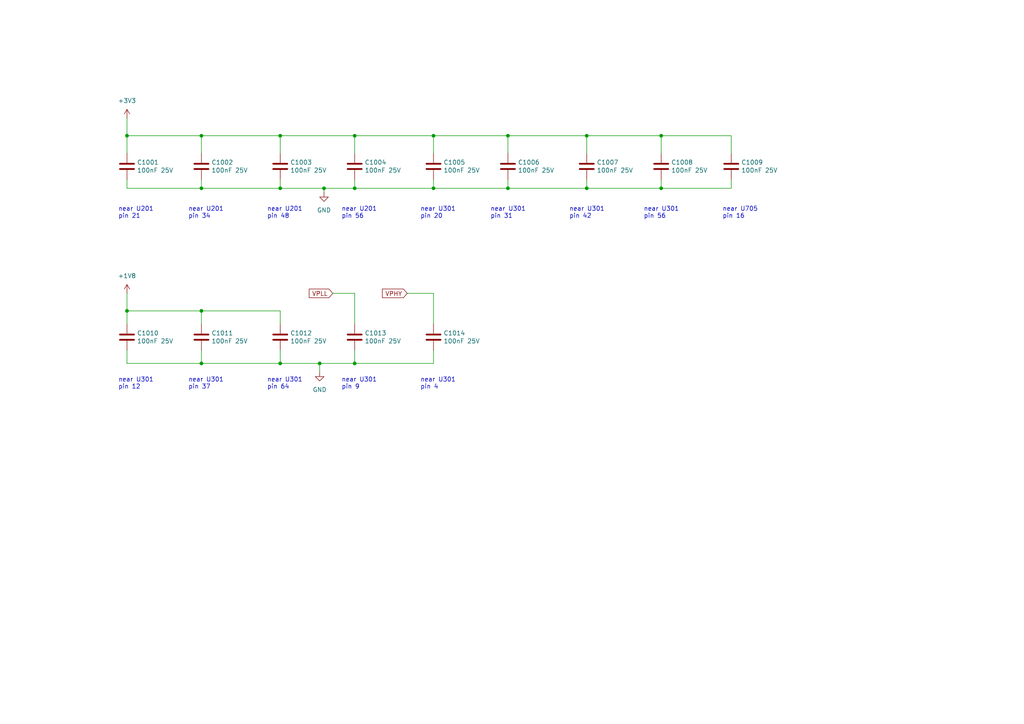
<source format=kicad_sch>
(kicad_sch (version 20211123) (generator eeschema)
  (paper "A4")
  (lib_symbols
    (symbol "Device:C" (pin_numbers hide) (pin_names (offset 0.254))
      (property "Reference" "C" (at 0.635 2.54 0))
      (property "Value" "C" (at 0.635 -2.54 0))
      (symbol "C_0_1"
        (polyline (pts (xy -2.032 -0.762) (xy 2.032 -0.762)) (stroke (width 0.508)))
        (polyline (pts (xy -2.032 0.762) (xy 2.032 0.762)) (stroke (width 0.508)))
      )
      (symbol "C_1_1"
        (pin passive line (at 0 3.81 270) (length 2.794) (name "~") (number "1"))
        (pin passive line (at 0 -3.81 90) (length 2.794) (name "~") (number "2"))
      )
    )
    (symbol "power:+1V8" (power) (pin_names (offset 0))
      (property "Value" "+1V8" (at 0 3.556 0))
      (symbol "+1V8_0_1"
        (polyline (pts (xy -0.762 1.27) (xy 0 2.54)))
        (polyline (pts (xy 0 0) (xy 0 2.54)))
        (polyline (pts (xy 0 2.54) (xy 0.762 1.27)))
      )
      (symbol "+1V8_1_1"
        (pin power_in line (at 0 0 90) (length 0) hide (name "+1V8") (number "1"))
      )
    )
    (symbol "power:+3V3" (power) (pin_names (offset 0))
      (property "Value" "+3V3" (at 0 3.556 0))
      (symbol "+3V3_0_1"
        (polyline (pts (xy -0.762 1.27) (xy 0 2.54)))
        (polyline (pts (xy 0 0) (xy 0 2.54)))
        (polyline (pts (xy 0 2.54) (xy 0.762 1.27)))
      )
      (symbol "+3V3_1_1"
        (pin power_in line (at 0 0 90) (length 0) hide (name "+3V3") (number "1"))
      )
    )
    (symbol "power:GND" (power) (pin_names (offset 0))
      (property "Value" "GND" (at 0 -3.81 0))
      (symbol "GND_0_1"
        (polyline (pts (xy 0 0) (xy 0 -1.27) (xy 1.27 -1.27) (xy 0 -2.54) (xy -1.27 -1.27) (xy 0 -1.27)))
      )
      (symbol "GND_1_1"
        (pin power_in line (at 0 0 270) (length 0) hide (name "GND") (number "1"))
      )
    )
  )
  (junction (at 58.42 54.61))
  (junction (at 102.87 105.41))
  (junction (at 58.42 105.41))
  (junction (at 93.98 54.61))
  (junction (at 125.73 39.37))
  (junction (at 102.87 39.37))
  (junction (at 81.28 105.41))
  (junction (at 81.28 54.61))
  (junction (at 58.42 90.17))
  (junction (at 191.77 39.37))
  (junction (at 147.32 39.37))
  (junction (at 102.87 54.61))
  (junction (at 92.71 105.41))
  (junction (at 170.18 54.61))
  (junction (at 147.32 54.61))
  (junction (at 170.18 39.37))
  (junction (at 36.83 39.37))
  (junction (at 36.83 90.17))
  (junction (at 125.73 54.61))
  (junction (at 191.77 54.61))
  (junction (at 81.28 39.37))
  (junction (at 58.42 39.37))
  (wire (pts (xy 125.73 93.98) (xy 125.73 85.09)))
  (wire (pts (xy 170.18 39.37) (xy 170.18 44.45)))
  (wire (pts (xy 125.73 54.61) (xy 125.73 52.07)))
  (wire (pts (xy 58.42 39.37) (xy 36.83 39.37)))
  (wire (pts (xy 102.87 93.98) (xy 102.87 85.09)))
  (wire (pts (xy 58.42 105.41) (xy 36.83 105.41)))
  (wire (pts (xy 147.32 54.61) (xy 170.18 54.61)))
  (wire (pts (xy 81.28 105.41) (xy 58.42 105.41)))
  (wire (pts (xy 81.28 52.07) (xy 81.28 54.61)))
  (wire (pts (xy 36.83 105.41) (xy 36.83 101.6)))
  (wire (pts (xy 92.71 107.95) (xy 92.71 105.41)))
  (wire (pts (xy 212.09 39.37) (xy 191.77 39.37)))
  (wire (pts (xy 191.77 39.37) (xy 170.18 39.37)))
  (wire (pts (xy 93.98 54.61) (xy 102.87 54.61)))
  (wire (pts (xy 102.87 105.41) (xy 102.87 101.6)))
  (wire (pts (xy 58.42 90.17) (xy 36.83 90.17)))
  (wire (pts (xy 58.42 54.61) (xy 81.28 54.61)))
  (wire (pts (xy 81.28 101.6) (xy 81.28 105.41)))
  (wire (pts (xy 81.28 90.17) (xy 58.42 90.17)))
  (wire (pts (xy 36.83 90.17) (xy 36.83 93.98)))
  (wire (pts (xy 102.87 85.09) (xy 96.52 85.09)))
  (wire (pts (xy 58.42 90.17) (xy 58.42 93.98)))
  (wire (pts (xy 58.42 39.37) (xy 58.42 44.45)))
  (wire (pts (xy 93.98 54.61) (xy 93.98 55.88)))
  (wire (pts (xy 102.87 54.61) (xy 125.73 54.61)))
  (wire (pts (xy 36.83 85.09) (xy 36.83 90.17)))
  (wire (pts (xy 125.73 39.37) (xy 102.87 39.37)))
  (wire (pts (xy 212.09 44.45) (xy 212.09 39.37)))
  (wire (pts (xy 36.83 52.07) (xy 36.83 54.61)))
  (wire (pts (xy 147.32 54.61) (xy 147.32 52.07)))
  (wire (pts (xy 170.18 39.37) (xy 147.32 39.37)))
  (wire (pts (xy 125.73 39.37) (xy 125.73 44.45)))
  (wire (pts (xy 170.18 54.61) (xy 170.18 52.07)))
  (wire (pts (xy 58.42 52.07) (xy 58.42 54.61)))
  (wire (pts (xy 81.28 54.61) (xy 93.98 54.61)))
  (wire (pts (xy 212.09 54.61) (xy 191.77 54.61)))
  (wire (pts (xy 36.83 39.37) (xy 36.83 34.29)))
  (wire (pts (xy 125.73 105.41) (xy 125.73 101.6)))
  (wire (pts (xy 191.77 44.45) (xy 191.77 39.37)))
  (wire (pts (xy 212.09 52.07) (xy 212.09 54.61)))
  (wire (pts (xy 125.73 54.61) (xy 147.32 54.61)))
  (wire (pts (xy 102.87 39.37) (xy 81.28 39.37)))
  (wire (pts (xy 36.83 54.61) (xy 58.42 54.61)))
  (wire (pts (xy 81.28 39.37) (xy 81.28 44.45)))
  (wire (pts (xy 81.28 39.37) (xy 58.42 39.37)))
  (wire (pts (xy 81.28 93.98) (xy 81.28 90.17)))
  (wire (pts (xy 102.87 54.61) (xy 102.87 52.07)))
  (wire (pts (xy 147.32 39.37) (xy 125.73 39.37)))
  (wire (pts (xy 102.87 39.37) (xy 102.87 44.45)))
  (wire (pts (xy 92.71 105.41) (xy 102.87 105.41)))
  (wire (pts (xy 58.42 101.6) (xy 58.42 105.41)))
  (wire (pts (xy 102.87 105.41) (xy 125.73 105.41)))
  (wire (pts (xy 125.73 85.09) (xy 118.11 85.09)))
  (wire (pts (xy 147.32 39.37) (xy 147.32 44.45)))
  (wire (pts (xy 36.83 39.37) (xy 36.83 44.45)))
  (wire (pts (xy 191.77 54.61) (xy 191.77 52.07)))
  (wire (pts (xy 92.71 105.41) (xy 81.28 105.41)))
  (wire (pts (xy 170.18 54.61) (xy 191.77 54.61)))
  (text "near U301 \npin 37" (at 54.61 113.03 0) (effects (font (size 1.27 1.27)) (justify left bottom)))
  (text "near U201 \npin 34" (at 54.61 63.5 0) (effects (font (size 1.27 1.27)) (justify left bottom)))
  (text "near U301\npin 42" (at 165.1 63.5 0) (effects (font (size 1.27 1.27)) (justify left bottom)))
  (text "near U301 \npin 20" (at 121.92 63.5 0) (effects (font (size 1.27 1.27)) (justify left bottom)))
  (text "near U301\npin 9" (at 99.06 113.03 0) (effects (font (size 1.27 1.27)) (justify left bottom)))
  (text "near U301 \npin 4" (at 121.92 113.03 0) (effects (font (size 1.27 1.27)) (justify left bottom)))
  (text "near U301 \npin 64" (at 77.47 113.03 0) (effects (font (size 1.27 1.27)) (justify left bottom)))
  (text "near U301\npin 31\n" (at 142.24 63.5 0) (effects (font (size 1.27 1.27)) (justify left bottom)))
  (text "near U201 \npin 21" (at 34.29 63.5 0) (effects (font (size 1.27 1.27)) (justify left bottom)))
  (text "near U301\npin 56" (at 186.69 63.5 0) (effects (font (size 1.27 1.27)) (justify left bottom)))
  (text "near U301 \npin 12" (at 34.29 113.03 0) (effects (font (size 1.27 1.27)) (justify left bottom)))
  (text "near U201 \npin 56" (at 99.06 63.5 0) (effects (font (size 1.27 1.27)) (justify left bottom)))
  (text "near U201 \npin 48" (at 77.47 63.5 0) (effects (font (size 1.27 1.27)) (justify left bottom)))
  (text "near U705\npin 16" (at 209.55 63.5 0) (effects (font (size 1.27 1.27)) (justify left bottom)))
  (global_label "VPHY" (shape input) (at 118.11 85.09 180) (property "Intersheet References" "${INTERSHEET_REFS}" (effects hide)))
  (global_label "VPLL" (shape input) (at 96.52 85.09 180) (property "Intersheet References" "${INTERSHEET_REFS}" (effects hide)))
  (symbol (lib_id "Device:C") (at 170.18 48.26 180) (unit 1)
    (property "Reference" "C1007" (at 173.0756 47.0916 0) (effects (justify right)))
    (property "Value" "100nF 25V" (at 173.0756 49.403 0) (effects (justify right)))
  )
  (symbol (lib_id "Device:C") (at 147.32 48.26 180) (unit 1)
    (property "Reference" "C1006" (at 150.2156 47.0916 0) (effects (justify right)))
    (property "Value" "100nF 25V" (at 150.2156 49.403 0) (effects (justify right)))
  )
  (symbol (lib_id "Device:C") (at 81.28 97.79 180) (unit 1)
    (property "Reference" "C1012" (at 84.1756 96.6216 0) (effects (justify right)))
    (property "Value" "100nF 25V" (at 84.1756 98.933 0) (effects (justify right)))
  )
  (symbol (lib_id "Device:C") (at 36.83 97.79 180) (unit 1)
    (property "Reference" "C1010" (at 39.7256 96.6216 0) (effects (justify right)))
    (property "Value" "100nF 25V" (at 39.7256 98.933 0) (effects (justify right)))
  )
  (symbol (lib_id "Device:C") (at 125.73 97.79 180) (unit 1)
    (property "Reference" "C1014" (at 128.6256 96.6216 0) (effects (justify right)))
    (property "Value" "100nF 25V" (at 128.6256 98.933 0) (effects (justify right)))
  )
  (symbol (lib_id "power:+3V3") (at 36.83 34.29 0) (unit 1)
    (property "Reference" "#PWR01001" (effects hide))
    (property "Value" "+3V3" (at 36.83 29.21 0))
  )
  (symbol (lib_id "Device:C") (at 191.77 48.26 180) (unit 1)
    (property "Reference" "C1008" (at 194.6656 47.0916 0) (effects (justify right)))
    (property "Value" "100nF 25V" (at 194.6656 49.403 0) (effects (justify right)))
  )
  (symbol (lib_id "Device:C") (at 102.87 97.79 180) (unit 1)
    (property "Reference" "C1013" (at 105.7656 96.6216 0) (effects (justify right)))
    (property "Value" "100nF 25V" (at 105.7656 98.933 0) (effects (justify right)))
  )
  (symbol (lib_id "Device:C") (at 102.87 48.26 180) (unit 1)
    (property "Reference" "C1004" (at 105.7656 47.0916 0) (effects (justify right)))
    (property "Value" "100nF 25V" (at 105.7656 49.403 0) (effects (justify right)))
  )
  (symbol (lib_id "Device:C") (at 58.42 97.79 180) (unit 1)
    (property "Reference" "C1011" (at 61.3156 96.6216 0) (effects (justify right)))
    (property "Value" "100nF 25V" (at 61.3156 98.933 0) (effects (justify right)))
  )
  (symbol (lib_id "Device:C") (at 58.42 48.26 180) (unit 1)
    (property "Reference" "C1002" (at 61.3156 47.0916 0) (effects (justify right)))
    (property "Value" "100nF 25V" (at 61.3156 49.403 0) (effects (justify right)))
  )
  (symbol (lib_id "Device:C") (at 81.28 48.26 180) (unit 1)
    (property "Reference" "C1003" (at 84.1756 47.0916 0) (effects (justify right)))
    (property "Value" "100nF 25V" (at 84.1756 49.403 0) (effects (justify right)))
  )
  (symbol (lib_id "power:GND") (at 93.98 55.88 0) (unit 1)
    (property "Reference" "#PWR01002" (effects hide))
    (property "Value" "GND" (at 93.98 60.96 0))
  )
  (symbol (lib_id "Device:C") (at 36.83 48.26 180) (unit 1)
    (property "Reference" "C1001" (at 39.7256 47.0916 0) (effects (justify right)))
    (property "Value" "100nF 25V" (at 39.7256 49.403 0) (effects (justify right)))
  )
  (symbol (lib_id "power:+1V8") (at 36.83 85.09 0) (unit 1)
    (property "Reference" "#PWR01003" (effects hide))
    (property "Value" "+1V8" (at 36.83 80.01 0))
  )
  (symbol (lib_id "Device:C") (at 125.73 48.26 180) (unit 1)
    (property "Reference" "C1005" (at 128.6256 47.0916 0) (effects (justify right)))
    (property "Value" "100nF 25V" (at 128.6256 49.403 0) (effects (justify right)))
  )
  (symbol (lib_id "Device:C") (at 212.09 48.26 180) (unit 1)
    (property "Reference" "C1009" (at 214.9856 47.0916 0) (effects (justify right)))
    (property "Value" "100nF 25V" (at 214.9856 49.403 0) (effects (justify right)))
  )
  (symbol (lib_id "power:GND") (at 92.71 107.95 0) (unit 1)
    (property "Reference" "#PWR01004" (effects hide))
    (property "Value" "GND" (at 92.71 113.03 0))
  )
)
</source>
